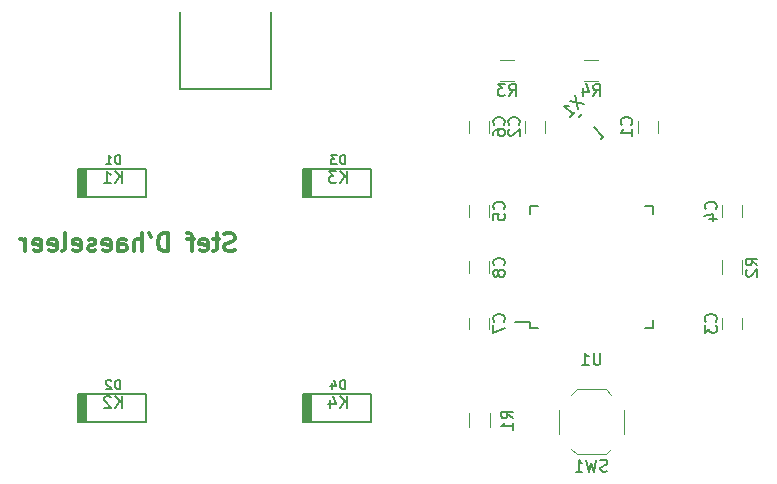
<source format=gbo>
G04 #@! TF.FileFunction,Legend,Bot*
%FSLAX46Y46*%
G04 Gerber Fmt 4.6, Leading zero omitted, Abs format (unit mm)*
G04 Created by KiCad (PCBNEW 4.0.7-e2-6376~58~ubuntu16.04.1) date Sun Oct 15 00:03:39 2017*
%MOMM*%
%LPD*%
G01*
G04 APERTURE LIST*
%ADD10C,0.100000*%
%ADD11C,0.300000*%
%ADD12C,0.120000*%
%ADD13C,0.200000*%
%ADD14C,0.150000*%
G04 APERTURE END LIST*
D10*
D11*
X50749999Y-108107143D02*
X50535713Y-108178571D01*
X50178570Y-108178571D01*
X50035713Y-108107143D01*
X49964284Y-108035714D01*
X49892856Y-107892857D01*
X49892856Y-107750000D01*
X49964284Y-107607143D01*
X50035713Y-107535714D01*
X50178570Y-107464286D01*
X50464284Y-107392857D01*
X50607142Y-107321429D01*
X50678570Y-107250000D01*
X50749999Y-107107143D01*
X50749999Y-106964286D01*
X50678570Y-106821429D01*
X50607142Y-106750000D01*
X50464284Y-106678571D01*
X50107142Y-106678571D01*
X49892856Y-106750000D01*
X49464285Y-107178571D02*
X48892856Y-107178571D01*
X49249999Y-106678571D02*
X49249999Y-107964286D01*
X49178571Y-108107143D01*
X49035713Y-108178571D01*
X48892856Y-108178571D01*
X47821428Y-108107143D02*
X47964285Y-108178571D01*
X48249999Y-108178571D01*
X48392856Y-108107143D01*
X48464285Y-107964286D01*
X48464285Y-107392857D01*
X48392856Y-107250000D01*
X48249999Y-107178571D01*
X47964285Y-107178571D01*
X47821428Y-107250000D01*
X47749999Y-107392857D01*
X47749999Y-107535714D01*
X48464285Y-107678571D01*
X47321428Y-107178571D02*
X46749999Y-107178571D01*
X47107142Y-108178571D02*
X47107142Y-106892857D01*
X47035714Y-106750000D01*
X46892856Y-106678571D01*
X46749999Y-106678571D01*
X45107142Y-108178571D02*
X45107142Y-106678571D01*
X44749999Y-106678571D01*
X44535714Y-106750000D01*
X44392856Y-106892857D01*
X44321428Y-107035714D01*
X44249999Y-107321429D01*
X44249999Y-107535714D01*
X44321428Y-107821429D01*
X44392856Y-107964286D01*
X44535714Y-108107143D01*
X44749999Y-108178571D01*
X45107142Y-108178571D01*
X43535714Y-106678571D02*
X43678571Y-106964286D01*
X42892856Y-108178571D02*
X42892856Y-106678571D01*
X42249999Y-108178571D02*
X42249999Y-107392857D01*
X42321428Y-107250000D01*
X42464285Y-107178571D01*
X42678570Y-107178571D01*
X42821428Y-107250000D01*
X42892856Y-107321429D01*
X40892856Y-108178571D02*
X40892856Y-107392857D01*
X40964285Y-107250000D01*
X41107142Y-107178571D01*
X41392856Y-107178571D01*
X41535713Y-107250000D01*
X40892856Y-108107143D02*
X41035713Y-108178571D01*
X41392856Y-108178571D01*
X41535713Y-108107143D01*
X41607142Y-107964286D01*
X41607142Y-107821429D01*
X41535713Y-107678571D01*
X41392856Y-107607143D01*
X41035713Y-107607143D01*
X40892856Y-107535714D01*
X39607142Y-108107143D02*
X39749999Y-108178571D01*
X40035713Y-108178571D01*
X40178570Y-108107143D01*
X40249999Y-107964286D01*
X40249999Y-107392857D01*
X40178570Y-107250000D01*
X40035713Y-107178571D01*
X39749999Y-107178571D01*
X39607142Y-107250000D01*
X39535713Y-107392857D01*
X39535713Y-107535714D01*
X40249999Y-107678571D01*
X38964285Y-108107143D02*
X38821428Y-108178571D01*
X38535713Y-108178571D01*
X38392856Y-108107143D01*
X38321428Y-107964286D01*
X38321428Y-107892857D01*
X38392856Y-107750000D01*
X38535713Y-107678571D01*
X38749999Y-107678571D01*
X38892856Y-107607143D01*
X38964285Y-107464286D01*
X38964285Y-107392857D01*
X38892856Y-107250000D01*
X38749999Y-107178571D01*
X38535713Y-107178571D01*
X38392856Y-107250000D01*
X37107142Y-108107143D02*
X37249999Y-108178571D01*
X37535713Y-108178571D01*
X37678570Y-108107143D01*
X37749999Y-107964286D01*
X37749999Y-107392857D01*
X37678570Y-107250000D01*
X37535713Y-107178571D01*
X37249999Y-107178571D01*
X37107142Y-107250000D01*
X37035713Y-107392857D01*
X37035713Y-107535714D01*
X37749999Y-107678571D01*
X36178570Y-108178571D02*
X36321428Y-108107143D01*
X36392856Y-107964286D01*
X36392856Y-106678571D01*
X35035714Y-108107143D02*
X35178571Y-108178571D01*
X35464285Y-108178571D01*
X35607142Y-108107143D01*
X35678571Y-107964286D01*
X35678571Y-107392857D01*
X35607142Y-107250000D01*
X35464285Y-107178571D01*
X35178571Y-107178571D01*
X35035714Y-107250000D01*
X34964285Y-107392857D01*
X34964285Y-107535714D01*
X35678571Y-107678571D01*
X33750000Y-108107143D02*
X33892857Y-108178571D01*
X34178571Y-108178571D01*
X34321428Y-108107143D01*
X34392857Y-107964286D01*
X34392857Y-107392857D01*
X34321428Y-107250000D01*
X34178571Y-107178571D01*
X33892857Y-107178571D01*
X33750000Y-107250000D01*
X33678571Y-107392857D01*
X33678571Y-107535714D01*
X34392857Y-107678571D01*
X33035714Y-108178571D02*
X33035714Y-107178571D01*
X33035714Y-107464286D02*
X32964286Y-107321429D01*
X32892857Y-107250000D01*
X32750000Y-107178571D01*
X32607143Y-107178571D01*
D12*
X84875000Y-98131250D02*
X84875000Y-97131250D01*
X86575000Y-97131250D02*
X86575000Y-98131250D01*
X75350000Y-98131250D02*
X75350000Y-97131250D01*
X77050000Y-97131250D02*
X77050000Y-98131250D01*
X92018750Y-114800000D02*
X92018750Y-113800000D01*
X93718750Y-113800000D02*
X93718750Y-114800000D01*
X92018750Y-105275000D02*
X92018750Y-104275000D01*
X93718750Y-104275000D02*
X93718750Y-105275000D01*
X72287500Y-104275000D02*
X72287500Y-105275000D01*
X70587500Y-105275000D02*
X70587500Y-104275000D01*
X72287500Y-97131250D02*
X72287500Y-98131250D01*
X70587500Y-98131250D02*
X70587500Y-97131250D01*
X72287500Y-113800000D02*
X72287500Y-114800000D01*
X70587500Y-114800000D02*
X70587500Y-113800000D01*
X72287500Y-109037500D02*
X72287500Y-110037500D01*
X70587500Y-110037500D02*
X70587500Y-109037500D01*
D13*
X38206250Y-103593750D02*
X38206250Y-101193750D01*
X38031250Y-103593750D02*
X38031250Y-101193750D01*
X37856250Y-103593750D02*
X37856250Y-101193750D01*
X37456250Y-101193750D02*
X37456250Y-103593750D01*
X37681250Y-103593750D02*
X37681250Y-101193750D01*
X37556250Y-103593750D02*
X37556250Y-101193750D01*
X37481250Y-103593750D02*
X43281250Y-103593750D01*
X43281250Y-103593750D02*
X43281250Y-101193750D01*
X43281250Y-101193750D02*
X37481250Y-101193750D01*
X38206250Y-122643750D02*
X38206250Y-120243750D01*
X38031250Y-122643750D02*
X38031250Y-120243750D01*
X37856250Y-122643750D02*
X37856250Y-120243750D01*
X37456250Y-120243750D02*
X37456250Y-122643750D01*
X37681250Y-122643750D02*
X37681250Y-120243750D01*
X37556250Y-122643750D02*
X37556250Y-120243750D01*
X37481250Y-122643750D02*
X43281250Y-122643750D01*
X43281250Y-122643750D02*
X43281250Y-120243750D01*
X43281250Y-120243750D02*
X37481250Y-120243750D01*
X57256250Y-103593750D02*
X57256250Y-101193750D01*
X57081250Y-103593750D02*
X57081250Y-101193750D01*
X56906250Y-103593750D02*
X56906250Y-101193750D01*
X56506250Y-101193750D02*
X56506250Y-103593750D01*
X56731250Y-103593750D02*
X56731250Y-101193750D01*
X56606250Y-103593750D02*
X56606250Y-101193750D01*
X56531250Y-103593750D02*
X62331250Y-103593750D01*
X62331250Y-103593750D02*
X62331250Y-101193750D01*
X62331250Y-101193750D02*
X56531250Y-101193750D01*
X57256250Y-122643750D02*
X57256250Y-120243750D01*
X57081250Y-122643750D02*
X57081250Y-120243750D01*
X56906250Y-122643750D02*
X56906250Y-120243750D01*
X56506250Y-120243750D02*
X56506250Y-122643750D01*
X56731250Y-122643750D02*
X56731250Y-120243750D01*
X56606250Y-122643750D02*
X56606250Y-120243750D01*
X56531250Y-122643750D02*
X62331250Y-122643750D01*
X62331250Y-122643750D02*
X62331250Y-120243750D01*
X62331250Y-120243750D02*
X56531250Y-120243750D01*
X53856250Y-94459375D02*
X53856250Y-87959375D01*
X46156250Y-94459375D02*
X46156250Y-87959375D01*
X46156250Y-94459375D02*
X53856250Y-94459375D01*
D12*
X70620000Y-121900000D02*
X70620000Y-123100000D01*
X72380000Y-123100000D02*
X72380000Y-121900000D01*
X91988750Y-108937500D02*
X91988750Y-110137500D01*
X93748750Y-110137500D02*
X93748750Y-108937500D01*
X74418750Y-91988750D02*
X73218750Y-91988750D01*
X73218750Y-93748750D02*
X74418750Y-93748750D01*
X81562500Y-91988750D02*
X80362500Y-91988750D01*
X80362500Y-93748750D02*
X81562500Y-93748750D01*
X79262500Y-120334375D02*
X79712500Y-119884375D01*
X82662500Y-120334375D02*
X82212500Y-119884375D01*
X82662500Y-124934375D02*
X82212500Y-125384375D01*
X79262500Y-124934375D02*
X79712500Y-125384375D01*
X83712500Y-123634375D02*
X83712500Y-121634375D01*
X79712500Y-119884375D02*
X82212500Y-119884375D01*
X78212500Y-123634375D02*
X78212500Y-121634375D01*
X79712500Y-125384375D02*
X82212500Y-125384375D01*
D14*
X75787500Y-114712500D02*
X75787500Y-114137500D01*
X86137500Y-114712500D02*
X86137500Y-114037500D01*
X86137500Y-104362500D02*
X86137500Y-105037500D01*
X75787500Y-104362500D02*
X75787500Y-105037500D01*
X75787500Y-114712500D02*
X76462500Y-114712500D01*
X75787500Y-104362500D02*
X76462500Y-104362500D01*
X86137500Y-104362500D02*
X85462500Y-104362500D01*
X86137500Y-114712500D02*
X85462500Y-114712500D01*
X75787500Y-114137500D02*
X74512500Y-114137500D01*
X81881739Y-98409067D02*
X81174632Y-97701961D01*
X82023160Y-98409067D02*
X81740317Y-98691910D01*
X80184683Y-96570590D02*
X79901840Y-96853433D01*
X84332143Y-97464584D02*
X84379762Y-97416965D01*
X84427381Y-97274108D01*
X84427381Y-97178870D01*
X84379762Y-97036012D01*
X84284524Y-96940774D01*
X84189286Y-96893155D01*
X83998810Y-96845536D01*
X83855952Y-96845536D01*
X83665476Y-96893155D01*
X83570238Y-96940774D01*
X83475000Y-97036012D01*
X83427381Y-97178870D01*
X83427381Y-97274108D01*
X83475000Y-97416965D01*
X83522619Y-97464584D01*
X84427381Y-98416965D02*
X84427381Y-97845536D01*
X84427381Y-98131250D02*
X83427381Y-98131250D01*
X83570238Y-98036012D01*
X83665476Y-97940774D01*
X83713095Y-97845536D01*
X74807143Y-97464584D02*
X74854762Y-97416965D01*
X74902381Y-97274108D01*
X74902381Y-97178870D01*
X74854762Y-97036012D01*
X74759524Y-96940774D01*
X74664286Y-96893155D01*
X74473810Y-96845536D01*
X74330952Y-96845536D01*
X74140476Y-96893155D01*
X74045238Y-96940774D01*
X73950000Y-97036012D01*
X73902381Y-97178870D01*
X73902381Y-97274108D01*
X73950000Y-97416965D01*
X73997619Y-97464584D01*
X73997619Y-97845536D02*
X73950000Y-97893155D01*
X73902381Y-97988393D01*
X73902381Y-98226489D01*
X73950000Y-98321727D01*
X73997619Y-98369346D01*
X74092857Y-98416965D01*
X74188095Y-98416965D01*
X74330952Y-98369346D01*
X74902381Y-97797917D01*
X74902381Y-98416965D01*
X91475893Y-114133334D02*
X91523512Y-114085715D01*
X91571131Y-113942858D01*
X91571131Y-113847620D01*
X91523512Y-113704762D01*
X91428274Y-113609524D01*
X91333036Y-113561905D01*
X91142560Y-113514286D01*
X90999702Y-113514286D01*
X90809226Y-113561905D01*
X90713988Y-113609524D01*
X90618750Y-113704762D01*
X90571131Y-113847620D01*
X90571131Y-113942858D01*
X90618750Y-114085715D01*
X90666369Y-114133334D01*
X90571131Y-114466667D02*
X90571131Y-115085715D01*
X90952083Y-114752381D01*
X90952083Y-114895239D01*
X90999702Y-114990477D01*
X91047321Y-115038096D01*
X91142560Y-115085715D01*
X91380655Y-115085715D01*
X91475893Y-115038096D01*
X91523512Y-114990477D01*
X91571131Y-114895239D01*
X91571131Y-114609524D01*
X91523512Y-114514286D01*
X91475893Y-114466667D01*
X91475893Y-104608334D02*
X91523512Y-104560715D01*
X91571131Y-104417858D01*
X91571131Y-104322620D01*
X91523512Y-104179762D01*
X91428274Y-104084524D01*
X91333036Y-104036905D01*
X91142560Y-103989286D01*
X90999702Y-103989286D01*
X90809226Y-104036905D01*
X90713988Y-104084524D01*
X90618750Y-104179762D01*
X90571131Y-104322620D01*
X90571131Y-104417858D01*
X90618750Y-104560715D01*
X90666369Y-104608334D01*
X90904464Y-105465477D02*
X91571131Y-105465477D01*
X90523512Y-105227381D02*
X91237798Y-104989286D01*
X91237798Y-105608334D01*
X73544643Y-104608334D02*
X73592262Y-104560715D01*
X73639881Y-104417858D01*
X73639881Y-104322620D01*
X73592262Y-104179762D01*
X73497024Y-104084524D01*
X73401786Y-104036905D01*
X73211310Y-103989286D01*
X73068452Y-103989286D01*
X72877976Y-104036905D01*
X72782738Y-104084524D01*
X72687500Y-104179762D01*
X72639881Y-104322620D01*
X72639881Y-104417858D01*
X72687500Y-104560715D01*
X72735119Y-104608334D01*
X72639881Y-105513096D02*
X72639881Y-105036905D01*
X73116071Y-104989286D01*
X73068452Y-105036905D01*
X73020833Y-105132143D01*
X73020833Y-105370239D01*
X73068452Y-105465477D01*
X73116071Y-105513096D01*
X73211310Y-105560715D01*
X73449405Y-105560715D01*
X73544643Y-105513096D01*
X73592262Y-105465477D01*
X73639881Y-105370239D01*
X73639881Y-105132143D01*
X73592262Y-105036905D01*
X73544643Y-104989286D01*
X73544643Y-97464584D02*
X73592262Y-97416965D01*
X73639881Y-97274108D01*
X73639881Y-97178870D01*
X73592262Y-97036012D01*
X73497024Y-96940774D01*
X73401786Y-96893155D01*
X73211310Y-96845536D01*
X73068452Y-96845536D01*
X72877976Y-96893155D01*
X72782738Y-96940774D01*
X72687500Y-97036012D01*
X72639881Y-97178870D01*
X72639881Y-97274108D01*
X72687500Y-97416965D01*
X72735119Y-97464584D01*
X72639881Y-98321727D02*
X72639881Y-98131250D01*
X72687500Y-98036012D01*
X72735119Y-97988393D01*
X72877976Y-97893155D01*
X73068452Y-97845536D01*
X73449405Y-97845536D01*
X73544643Y-97893155D01*
X73592262Y-97940774D01*
X73639881Y-98036012D01*
X73639881Y-98226489D01*
X73592262Y-98321727D01*
X73544643Y-98369346D01*
X73449405Y-98416965D01*
X73211310Y-98416965D01*
X73116071Y-98369346D01*
X73068452Y-98321727D01*
X73020833Y-98226489D01*
X73020833Y-98036012D01*
X73068452Y-97940774D01*
X73116071Y-97893155D01*
X73211310Y-97845536D01*
X73544643Y-114133334D02*
X73592262Y-114085715D01*
X73639881Y-113942858D01*
X73639881Y-113847620D01*
X73592262Y-113704762D01*
X73497024Y-113609524D01*
X73401786Y-113561905D01*
X73211310Y-113514286D01*
X73068452Y-113514286D01*
X72877976Y-113561905D01*
X72782738Y-113609524D01*
X72687500Y-113704762D01*
X72639881Y-113847620D01*
X72639881Y-113942858D01*
X72687500Y-114085715D01*
X72735119Y-114133334D01*
X72639881Y-114466667D02*
X72639881Y-115133334D01*
X73639881Y-114704762D01*
X73544643Y-109370834D02*
X73592262Y-109323215D01*
X73639881Y-109180358D01*
X73639881Y-109085120D01*
X73592262Y-108942262D01*
X73497024Y-108847024D01*
X73401786Y-108799405D01*
X73211310Y-108751786D01*
X73068452Y-108751786D01*
X72877976Y-108799405D01*
X72782738Y-108847024D01*
X72687500Y-108942262D01*
X72639881Y-109085120D01*
X72639881Y-109180358D01*
X72687500Y-109323215D01*
X72735119Y-109370834D01*
X73068452Y-109942262D02*
X73020833Y-109847024D01*
X72973214Y-109799405D01*
X72877976Y-109751786D01*
X72830357Y-109751786D01*
X72735119Y-109799405D01*
X72687500Y-109847024D01*
X72639881Y-109942262D01*
X72639881Y-110132739D01*
X72687500Y-110227977D01*
X72735119Y-110275596D01*
X72830357Y-110323215D01*
X72877976Y-110323215D01*
X72973214Y-110275596D01*
X73020833Y-110227977D01*
X73068452Y-110132739D01*
X73068452Y-109942262D01*
X73116071Y-109847024D01*
X73163690Y-109799405D01*
X73258929Y-109751786D01*
X73449405Y-109751786D01*
X73544643Y-109799405D01*
X73592262Y-109847024D01*
X73639881Y-109942262D01*
X73639881Y-110132739D01*
X73592262Y-110227977D01*
X73544643Y-110275596D01*
X73449405Y-110323215D01*
X73258929Y-110323215D01*
X73163690Y-110275596D01*
X73116071Y-110227977D01*
X73068452Y-110132739D01*
X41071726Y-100830655D02*
X41071726Y-100030655D01*
X40881250Y-100030655D01*
X40766964Y-100068750D01*
X40690773Y-100144940D01*
X40652678Y-100221131D01*
X40614583Y-100373512D01*
X40614583Y-100487798D01*
X40652678Y-100640179D01*
X40690773Y-100716369D01*
X40766964Y-100792560D01*
X40881250Y-100830655D01*
X41071726Y-100830655D01*
X39852678Y-100830655D02*
X40309821Y-100830655D01*
X40081250Y-100830655D02*
X40081250Y-100030655D01*
X40157440Y-100144940D01*
X40233631Y-100221131D01*
X40309821Y-100259226D01*
X41071726Y-119880655D02*
X41071726Y-119080655D01*
X40881250Y-119080655D01*
X40766964Y-119118750D01*
X40690773Y-119194940D01*
X40652678Y-119271131D01*
X40614583Y-119423512D01*
X40614583Y-119537798D01*
X40652678Y-119690179D01*
X40690773Y-119766369D01*
X40766964Y-119842560D01*
X40881250Y-119880655D01*
X41071726Y-119880655D01*
X40309821Y-119156845D02*
X40271726Y-119118750D01*
X40195535Y-119080655D01*
X40005059Y-119080655D01*
X39928869Y-119118750D01*
X39890773Y-119156845D01*
X39852678Y-119233036D01*
X39852678Y-119309226D01*
X39890773Y-119423512D01*
X40347916Y-119880655D01*
X39852678Y-119880655D01*
X60121726Y-100830655D02*
X60121726Y-100030655D01*
X59931250Y-100030655D01*
X59816964Y-100068750D01*
X59740773Y-100144940D01*
X59702678Y-100221131D01*
X59664583Y-100373512D01*
X59664583Y-100487798D01*
X59702678Y-100640179D01*
X59740773Y-100716369D01*
X59816964Y-100792560D01*
X59931250Y-100830655D01*
X60121726Y-100830655D01*
X59397916Y-100030655D02*
X58902678Y-100030655D01*
X59169345Y-100335417D01*
X59055059Y-100335417D01*
X58978869Y-100373512D01*
X58940773Y-100411607D01*
X58902678Y-100487798D01*
X58902678Y-100678274D01*
X58940773Y-100754464D01*
X58978869Y-100792560D01*
X59055059Y-100830655D01*
X59283631Y-100830655D01*
X59359821Y-100792560D01*
X59397916Y-100754464D01*
X60121726Y-119880655D02*
X60121726Y-119080655D01*
X59931250Y-119080655D01*
X59816964Y-119118750D01*
X59740773Y-119194940D01*
X59702678Y-119271131D01*
X59664583Y-119423512D01*
X59664583Y-119537798D01*
X59702678Y-119690179D01*
X59740773Y-119766369D01*
X59816964Y-119842560D01*
X59931250Y-119880655D01*
X60121726Y-119880655D01*
X58978869Y-119347321D02*
X58978869Y-119880655D01*
X59169345Y-119042560D02*
X59359821Y-119613988D01*
X58864583Y-119613988D01*
D13*
X41219345Y-102401631D02*
X41219345Y-101401631D01*
X40647916Y-102401631D02*
X41076488Y-101830202D01*
X40647916Y-101401631D02*
X41219345Y-101973060D01*
X39695535Y-102401631D02*
X40266964Y-102401631D01*
X39981250Y-102401631D02*
X39981250Y-101401631D01*
X40076488Y-101544488D01*
X40171726Y-101639726D01*
X40266964Y-101687345D01*
X41219345Y-121451631D02*
X41219345Y-120451631D01*
X40647916Y-121451631D02*
X41076488Y-120880202D01*
X40647916Y-120451631D02*
X41219345Y-121023060D01*
X40266964Y-120546869D02*
X40219345Y-120499250D01*
X40124107Y-120451631D01*
X39886011Y-120451631D01*
X39790773Y-120499250D01*
X39743154Y-120546869D01*
X39695535Y-120642107D01*
X39695535Y-120737345D01*
X39743154Y-120880202D01*
X40314583Y-121451631D01*
X39695535Y-121451631D01*
X60269345Y-102401631D02*
X60269345Y-101401631D01*
X59697916Y-102401631D02*
X60126488Y-101830202D01*
X59697916Y-101401631D02*
X60269345Y-101973060D01*
X59364583Y-101401631D02*
X58745535Y-101401631D01*
X59078869Y-101782583D01*
X58936011Y-101782583D01*
X58840773Y-101830202D01*
X58793154Y-101877821D01*
X58745535Y-101973060D01*
X58745535Y-102211155D01*
X58793154Y-102306393D01*
X58840773Y-102354012D01*
X58936011Y-102401631D01*
X59221726Y-102401631D01*
X59316964Y-102354012D01*
X59364583Y-102306393D01*
X60269345Y-121451631D02*
X60269345Y-120451631D01*
X59697916Y-121451631D02*
X60126488Y-120880202D01*
X59697916Y-120451631D02*
X60269345Y-121023060D01*
X58840773Y-120784964D02*
X58840773Y-121451631D01*
X59078869Y-120404012D02*
X59316964Y-121118298D01*
X58697916Y-121118298D01*
D14*
X74333631Y-122333334D02*
X73857440Y-122000000D01*
X74333631Y-121761905D02*
X73333631Y-121761905D01*
X73333631Y-122142858D01*
X73381250Y-122238096D01*
X73428869Y-122285715D01*
X73524107Y-122333334D01*
X73666964Y-122333334D01*
X73762202Y-122285715D01*
X73809821Y-122238096D01*
X73857440Y-122142858D01*
X73857440Y-121761905D01*
X74333631Y-123285715D02*
X74333631Y-122714286D01*
X74333631Y-123000000D02*
X73333631Y-123000000D01*
X73476488Y-122904762D01*
X73571726Y-122809524D01*
X73619345Y-122714286D01*
X95021131Y-109370834D02*
X94544940Y-109037500D01*
X95021131Y-108799405D02*
X94021131Y-108799405D01*
X94021131Y-109180358D01*
X94068750Y-109275596D01*
X94116369Y-109323215D01*
X94211607Y-109370834D01*
X94354464Y-109370834D01*
X94449702Y-109323215D01*
X94497321Y-109275596D01*
X94544940Y-109180358D01*
X94544940Y-108799405D01*
X94116369Y-109751786D02*
X94068750Y-109799405D01*
X94021131Y-109894643D01*
X94021131Y-110132739D01*
X94068750Y-110227977D01*
X94116369Y-110275596D01*
X94211607Y-110323215D01*
X94306845Y-110323215D01*
X94449702Y-110275596D01*
X95021131Y-109704167D01*
X95021131Y-110323215D01*
X73985416Y-95021131D02*
X74318750Y-94544940D01*
X74556845Y-95021131D02*
X74556845Y-94021131D01*
X74175892Y-94021131D01*
X74080654Y-94068750D01*
X74033035Y-94116369D01*
X73985416Y-94211607D01*
X73985416Y-94354464D01*
X74033035Y-94449702D01*
X74080654Y-94497321D01*
X74175892Y-94544940D01*
X74556845Y-94544940D01*
X73652083Y-94021131D02*
X73033035Y-94021131D01*
X73366369Y-94402083D01*
X73223511Y-94402083D01*
X73128273Y-94449702D01*
X73080654Y-94497321D01*
X73033035Y-94592560D01*
X73033035Y-94830655D01*
X73080654Y-94925893D01*
X73128273Y-94973512D01*
X73223511Y-95021131D01*
X73509226Y-95021131D01*
X73604464Y-94973512D01*
X73652083Y-94925893D01*
X81129166Y-95021131D02*
X81462500Y-94544940D01*
X81700595Y-95021131D02*
X81700595Y-94021131D01*
X81319642Y-94021131D01*
X81224404Y-94068750D01*
X81176785Y-94116369D01*
X81129166Y-94211607D01*
X81129166Y-94354464D01*
X81176785Y-94449702D01*
X81224404Y-94497321D01*
X81319642Y-94544940D01*
X81700595Y-94544940D01*
X80272023Y-94354464D02*
X80272023Y-95021131D01*
X80510119Y-93973512D02*
X80748214Y-94687798D01*
X80129166Y-94687798D01*
X82295833Y-126789137D02*
X82152976Y-126836756D01*
X81914880Y-126836756D01*
X81819642Y-126789137D01*
X81772023Y-126741518D01*
X81724404Y-126646280D01*
X81724404Y-126551042D01*
X81772023Y-126455804D01*
X81819642Y-126408185D01*
X81914880Y-126360565D01*
X82105357Y-126312946D01*
X82200595Y-126265327D01*
X82248214Y-126217708D01*
X82295833Y-126122470D01*
X82295833Y-126027232D01*
X82248214Y-125931994D01*
X82200595Y-125884375D01*
X82105357Y-125836756D01*
X81867261Y-125836756D01*
X81724404Y-125884375D01*
X81391071Y-125836756D02*
X81152976Y-126836756D01*
X80962499Y-126122470D01*
X80772023Y-126836756D01*
X80533928Y-125836756D01*
X79629166Y-126836756D02*
X80200595Y-126836756D01*
X79914881Y-126836756D02*
X79914881Y-125836756D01*
X80010119Y-125979613D01*
X80105357Y-126074851D01*
X80200595Y-126122470D01*
X81724405Y-116789881D02*
X81724405Y-117599405D01*
X81676786Y-117694643D01*
X81629167Y-117742262D01*
X81533929Y-117789881D01*
X81343452Y-117789881D01*
X81248214Y-117742262D01*
X81200595Y-117694643D01*
X81152976Y-117599405D01*
X81152976Y-116789881D01*
X80152976Y-117789881D02*
X80724405Y-117789881D01*
X80438691Y-117789881D02*
X80438691Y-116789881D01*
X80533929Y-116932738D01*
X80629167Y-117027976D01*
X80724405Y-117075595D01*
X79592060Y-94974549D02*
X79827762Y-96153061D01*
X79120655Y-95445954D02*
X80299167Y-95681656D01*
X79187998Y-96792824D02*
X79592060Y-96388763D01*
X79390029Y-96590793D02*
X78682923Y-95883686D01*
X78851281Y-95917358D01*
X78985968Y-95917358D01*
X79086983Y-95883686D01*
M02*

</source>
